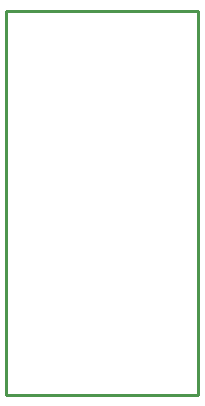
<source format=gko>
G04*
G04 #@! TF.GenerationSoftware,Altium Limited,Altium Designer,19.0.10 (269)*
G04*
G04 Layer_Color=16711935*
%FSLAX25Y25*%
%MOIN*%
G70*
G01*
G75*
%ADD10C,0.01000*%
D10*
X64000Y-0D02*
X64000Y127953D01*
X0Y0D02*
X0Y127953D01*
X0Y0D02*
X64000D01*
X-0Y127953D02*
X64000D01*
M02*

</source>
